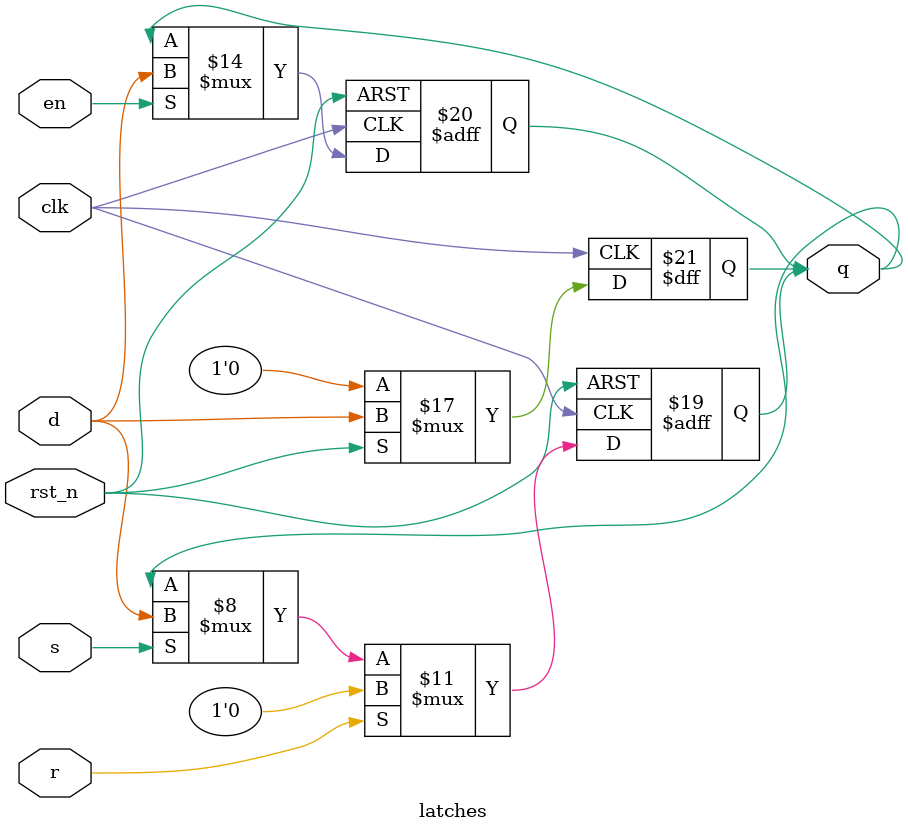
<source format=sv>
module latches(input clk,rst_n,en,r,s,d,output logic q);

/*
a) The code on the homework document is not correct. It will
not synthesize as a latch. It is not using a posedge or negedge
clk as the sensativity list in the always condition. It will
synthesize as a mux.
*/

//logic q;

// b)
always_ff @(posedge clk)

if (!rst_n)
  q <= 1'b0;
else
  q <= d;


// c)
always_ff @(posedge clk or negedge rst_n)

if (!rst_n)
  q <= 1'b0;
else if (en)
  q <= d;
else
  q <= q;


// d)
always_ff @(posedge clk or negedge rst_n)

if (!rst_n)
  q <= 1'b0;
else if (r)
  q <= 1'b0;
else if (s)
  q <= d;
else
  q <= q;

/*
e) No, using always_ff does not ensure that it will synthesize 
as a flop. What it will do is warn the user if it is not
synthesized as a flop.
*/


endmodule

</source>
